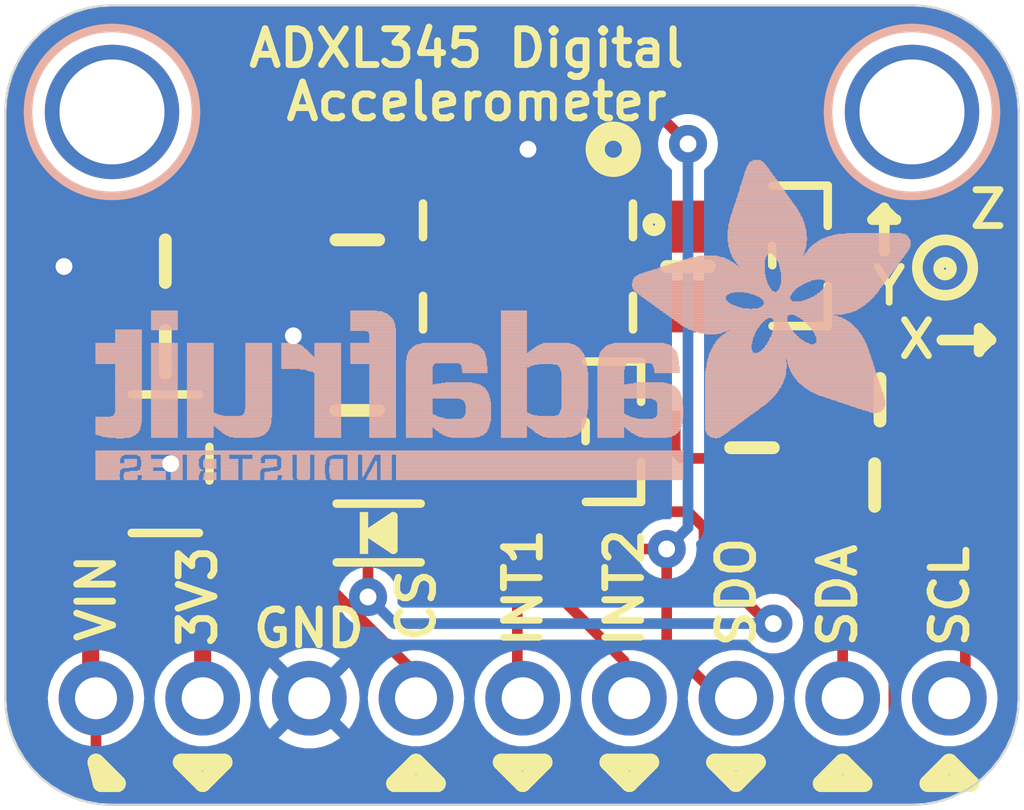
<source format=kicad_pcb>
(kicad_pcb (version 20221018) (generator pcbnew)
  (layers (0 "F.Cu" signal) (31 "B.Cu" signal) (34 "B.Paste" user) (35 "F.Paste" user) (36 "B.SilkS" user "B.Silkscreen") (37 "F.SilkS" user "F.Silkscreen") (38 "B.Mask" user) (39 "F.Mask" user) (44 "Edge.Cuts" user))
  (net 0 "")
  (net 1 "GND")
  (net 2 "CS_3V")
  (net 3 "INT1")
  (net 4 "INT2")
  (net 5 "SCL_3V")
  (net 6 "SDA/SDIO_3V")
  (net 7 "SDO/ADDR")
  (net 8 "3.3V")
  (net 9 "VIN")
  (net 10 "CS")
  (net 11 "SDA/SDIO")
  (net 12 "SCL")
  (footprint "working:1X09_ROUND_70" (layer "F.Cu") (at 148.7551 111.9886)
    (fp_text reference "JP1" hide)
    (fp_text value "" hide)
    (pad "1" thru_hole circle (at -10.16 0 90) (size 1.778 1.778) (drill 1) (layers "*.Cu" "*.Mask") (net 9 "VIN"))
    (pad "2" thru_hole circle (at -7.62 0 90) (size 1.778 1.778) (drill 1) (layers "*.Cu" "*.Mask") (net 8 "3.3V"))
    (pad "3" thru_hole circle (at -5.08 0 90) (size 1.778 1.778) (drill 1) (layers "*.Cu" "*.Mask") (net 1 "GND"))
    (pad "4" thru_hole circle (at -2.54 0 90) (size 1.778 1.778) (drill 1) (layers "*.Cu" "*.Mask") (net 10 "CS"))
    (pad "5" thru_hole circle (at 0 0 90) (size 1.778 1.778) (drill 1) (layers "*.Cu" "*.Mask") (net 3 "INT1"))
    (pad "6" thru_hole circle (at 2.54 0 90) (size 1.778 1.778) (drill 1) (layers "*.Cu" "*.Mask") (net 4 "INT2"))
    (pad "7" thru_hole circle (at 5.08 0 90) (size 1.778 1.778) (drill 1) (layers "*.Cu" "*.Mask") (net 7 "SDO/ADDR"))
    (pad "8" thru_hole circle (at 7.62 0 90) (size 1.778 1.778) (drill 1) (layers "*.Cu" "*.Mask") (net 11 "SDA/SDIO"))
    (pad "9" thru_hole circle (at 10.16 0 90) (size 1.778 1.778) (drill 1) (layers "*.Cu" "*.Mask") (net 12 "SCL"))
  )
  (footprint "working:0805-NO" (layer "F.Cu") (at 152.6921 101.7016 90)
    (fp_text reference "R3" hide)
    (fp_text value "10K" hide)
    (pad "1" smd rect (at -0.95 0 90) (size 1.24 1.5) (layers "F.Cu" "F.Paste" "F.Mask") (net 6 "SDA/SDIO_3V"))
    (pad "2" smd rect (at 0.95 0 90) (size 1.24 1.5) (layers "F.Cu" "F.Paste" "F.Mask") (net 8 "3.3V"))
  )
  (footprint "working:0805-NO" (layer "F.Cu") (at 144.8181 101.0666 -90)
    (fp_text reference "C1" hide)
    (fp_text value "0.1uF" hide)
    (pad "1" smd rect (at -0.95 0 270) (size 1.24 1.5) (layers "F.Cu" "F.Paste" "F.Mask") (net 8 "3.3V"))
    (pad "2" smd rect (at 0.95 0 270) (size 1.24 1.5) (layers "F.Cu" "F.Paste" "F.Mask") (net 1 "GND"))
  )
  (footprint "working:FIDUCIAL_1MM" (layer "F.Cu") (at 141.5923 99.441)
    (fp_text reference "U$1" hide)
    (fp_text value "FIDUCIAL" hide)
    (pad "1" smd roundrect (at 0 0) (size 1 1) (layers "F.Cu") (roundrect_rratio 0.5))
  )
  (footprint "working:0805-NO" (layer "F.Cu") (at 157.1371 106.9086 180)
    (fp_text reference "R6" hide)
    (fp_text value "10K" hide)
    (pad "1" smd rect (at -0.95 0 180) (size 1.24 1.5) (layers "F.Cu" "F.Paste" "F.Mask") (net 12 "SCL"))
    (pad "2" smd rect (at 0.95 0 180) (size 1.24 1.5) (layers "F.Cu" "F.Paste" "F.Mask") (net 9 "VIN"))
  )
  (footprint "working:0805-NO" (layer "F.Cu") (at 140.2461 103.7336)
    (fp_text reference "C3" hide)
    (fp_text value "10µF" hide)
    (pad "1" smd rect (at -0.95 0) (size 1.24 1.5) (layers "F.Cu" "F.Paste" "F.Mask") (net 9 "VIN"))
    (pad "2" smd rect (at 0.95 0) (size 1.24 1.5) (layers "F.Cu" "F.Paste" "F.Mask") (net 1 "GND"))
  )
  (footprint "working:0805-NO" (layer "F.Cu") (at 154.2161 106.0196 90)
    (fp_text reference "R5" hide)
    (fp_text value "10K" hide)
    (pad "1" smd rect (at -0.95 0 90) (size 1.24 1.5) (layers "F.Cu" "F.Paste" "F.Mask") (net 11 "SDA/SDIO"))
    (pad "2" smd rect (at 0.95 0 90) (size 1.24 1.5) (layers "F.Cu" "F.Paste" "F.Mask") (net 9 "VIN"))
  )
  (footprint "working:0805-NO" (layer "F.Cu") (at 140.2461 101.5746)
    (fp_text reference "R7" hide)
    (fp_text value "10K" hide)
    (pad "1" smd rect (at -0.95 0) (size 1.24 1.5) (layers "F.Cu" "F.Paste" "F.Mask") (net 1 "GND"))
    (pad "2" smd rect (at 0.95 0) (size 1.24 1.5) (layers "F.Cu" "F.Paste" "F.Mask") (net 7 "SDO/ADDR"))
  )
  (footprint "working:LGA14" (layer "F.Cu") (at 148.8821 101.7016)
    (fp_text reference "U1" hide)
    (fp_text value "" hide)
    (pad "1" smd rect (at 2 -1.1) (size 0.5 1.2) (layers "F.Cu" "F.Paste" "F.Mask") (net 8 "3.3V"))
    (pad "2" smd rect (at 1.2 -1.1 180) (size 0.5 1.2) (layers "F.Cu" "F.Paste" "F.Mask") (net 1 "GND"))
    (pad "3" smd rect (at 0.4 -1.1 180) (size 0.5 1.2) (layers "F.Cu" "F.Paste" "F.Mask"))
    (pad "4" smd rect (at -0.4 -1.1 180) (size 0.5 1.2) (layers "F.Cu" "F.Paste" "F.Mask") (net 1 "GND"))
    (pad "5" smd rect (at -1.2 -1.1 180) (size 0.5 1.2) (layers "F.Cu" "F.Paste" "F.Mask") (net 1 "GND"))
    (pad "6" smd rect (at -2 -1.1 180) (size 0.5 1.2) (layers "F.Cu" "F.Paste" "F.Mask") (net 8 "3.3V"))
    (pad "7" smd rect (at -2.1 0 270) (size 0.5 1.2) (layers "F.Cu" "F.Paste" "F.Mask") (net 2 "CS_3V"))
    (pad "8" smd rect (at -2 1.1 180) (size 0.5 1.2) (layers "F.Cu" "F.Paste" "F.Mask") (net 3 "INT1"))
    (pad "9" smd rect (at -1.2 1.1 180) (size 0.5 1.2) (layers "F.Cu" "F.Paste" "F.Mask") (net 4 "INT2"))
    (pad "10" smd rect (at -0.4 1.1) (size 0.5 1.2) (layers "F.Cu" "F.Paste" "F.Mask"))
    (pad "11" smd rect (at 0.4 1.1) (size 0.5 1.2) (layers "F.Cu" "F.Paste" "F.Mask"))
    (pad "12" smd rect (at 1.2 1.1) (size 0.5 1.2) (layers "F.Cu" "F.Paste" "F.Mask") (net 7 "SDO/ADDR"))
    (pad "13" smd rect (at 2 1.1) (size 0.5 1.2) (layers "F.Cu" "F.Paste" "F.Mask") (net 6 "SDA/SDIO_3V"))
    (pad "14" smd rect (at 2.1 0 90) (size 0.5 1.2) (layers "F.Cu" "F.Paste" "F.Mask") (net 5 "SCL_3V"))
  )
  (footprint "working:0805-NO" (layer "F.Cu") (at 157.2641 104.8766)
    (fp_text reference "R1" hide)
    (fp_text value "10K" hide)
    (pad "1" smd rect (at -0.95 0) (size 1.24 1.5) (layers "F.Cu" "F.Paste" "F.Mask") (net 5 "SCL_3V"))
    (pad "2" smd rect (at 0.95 0) (size 1.24 1.5) (layers "F.Cu" "F.Paste" "F.Mask") (net 8 "3.3V"))
  )
  (footprint "working:SOT23-WIDE" (layer "F.Cu") (at 150.9141 105.6386 -90)
    (fp_text reference "Q1" hide)
    (fp_text value "BSS138" hide)
    (pad "1" smd rect (at -0.95 1 270) (size 1 1.2) (layers "F.Cu" "F.Paste" "F.Mask") (net 8 "3.3V"))
    (pad "2" smd rect (at 0.95 1 270) (size 1 1.2) (layers "F.Cu" "F.Paste" "F.Mask") (net 6 "SDA/SDIO_3V"))
    (pad "3" smd rect (at 0 -1 270) (size 1 1.2) (layers "F.Cu" "F.Paste" "F.Mask") (net 11 "SDA/SDIO"))
  )
  (footprint "working:SOT23-5" (layer "F.Cu") (at 140.2461 106.4006 -90)
    (fp_text reference "U2" hide)
    (fp_text value "" hide)
    (pad "1" smd rect (at -0.95 1.3001 270) (size 0.55 1.2) (layers "F.Cu" "F.Paste" "F.Mask") (net 9 "VIN"))
    (pad "2" smd rect (at 0 1.3001 270) (size 0.55 1.2) (layers "F.Cu" "F.Paste" "F.Mask") (net 1 "GND"))
    (pad "3" smd rect (at 0.95 1.3001 270) (size 0.55 1.2) (layers "F.Cu" "F.Paste" "F.Mask") (net 9 "VIN"))
    (pad "4" smd rect (at 0.95 -1.3001 270) (size 0.55 1.2) (layers "F.Cu" "F.Paste" "F.Mask"))
    (pad "5" smd rect (at -0.95 -1.3001 270) (size 0.55 1.2) (layers "F.Cu" "F.Paste" "F.Mask") (net 8 "3.3V"))
  )
  (footprint "working:SOT23-WIDE" (layer "F.Cu") (at 155.3591 101.4476 -90)
    (fp_text reference "Q2" hide)
    (fp_text value "BSS138" hide)
    (pad "1" smd rect (at -0.95 1 270) (size 1 1.2) (layers "F.Cu" "F.Paste" "F.Mask") (net 8 "3.3V"))
    (pad "2" smd rect (at 0.95 1 270) (size 1 1.2) (layers "F.Cu" "F.Paste" "F.Mask") (net 5 "SCL_3V"))
    (pad "3" smd rect (at 0 -1 270) (size 1 1.2) (layers "F.Cu" "F.Paste" "F.Mask") (net 12 "SCL"))
  )
  (footprint "working:SOD-323_MINI" (layer "F.Cu") (at 145.3261 108.0516)
    (fp_text reference "D1" hide)
    (fp_text value "1N4148" hide)
    (pad "A" smd rect (at 1.07 0) (size 0.9 0.8) (layers "F.Cu" "F.Paste" "F.Mask") (net 2 "CS_3V"))
    (pad "C" smd rect (at -1.07 0) (size 0.9 0.8) (layers "F.Cu" "F.Paste" "F.Mask") (net 10 "CS"))
  )
  (footprint "working:0805-NO" (layer "F.Cu") (at 144.8181 105.1306 -90)
    (fp_text reference "R2" hide)
    (fp_text value "10K" hide)
    (pad "1" smd rect (at -0.95 0 270) (size 1.24 1.5) (layers "F.Cu" "F.Paste" "F.Mask") (net 2 "CS_3V"))
    (pad "2" smd rect (at 0.95 0 270) (size 1.24 1.5) (layers "F.Cu" "F.Paste" "F.Mask") (net 8 "3.3V"))
  )
  (footprint "working:FIDUCIAL_1MM" (layer "F.Cu") (at 157.5181 109.0676)
    (fp_text reference "U$3" hide)
    (fp_text value "FIDUCIAL" hide)
    (pad "1" smd roundrect (at 0 0) (size 1 1) (layers "F.Cu") (roundrect_rratio 0.5))
  )
  (footprint "working:MOUNTINGHOLE_2.5_PLATED" (layer "B.Cu") (at 158.0261 98.0186 180)
    (fp_text reference "U$4" hide)
    (fp_text value "MOUNTINGHOLE2.5" hide)
    (pad "P$1" thru_hole circle (at 0 0 180) (size 3.2 3.2) (drill 2.5) (layers "*.Cu" "*.Mask"))
    (zone (net 0) (net_name "") (layer "B.Cu") (connect_pads (clearance 0)) (min_thickness 0.25)
      (keepout (tracks not_allowed) (vias not_allowed) (pads not_allowed) (copperpour not_allowed) (footprints allowed))
      (fill (thermal_gap 0.5) (thermal_bridge_width 0.5))
      (polygon (pts (xy 156.0101 98.0186) (xy 156.02972 97.738027) (xy 156.088196 97.462915) (xy 156.184392 97.198619) (xy 156.316435 96.950283) (xy 156.481754 96.72274) (xy 156.677133 96.52042) (xy 156.898767 96.34726) (xy 157.142344 96.206631) (xy 157.403122 96.10127) (xy 157.676025 96.033228) (xy 157.955743 96.003828) (xy 158.236829 96.013644) (xy 158.513815 96.062484) (xy 158.781307 96.149397) (xy 159.0341 96.272693) (xy 159.267274 96.42997) (xy 159.476289 96.618169) (xy 159.657078 96.833625) (xy 159.806122 97.072145) (xy 159.92052 97.329087) (xy 159.998046 97.59945) (xy 160.037189 97.877971) (xy 160.037189 98.159229) (xy 159.998046 98.43775) (xy 159.92052 98.708113) (xy 159.806122 98.965055) (xy 159.657078 99.203575) (xy 159.476289 99.419031) (xy 159.267274 99.60723) (xy 159.0341 99.764507) (xy 158.781307 99.887803) (xy 158.513815 99.974716) (xy 158.236829 100.023556) (xy 157.955743 100.033372) (xy 157.676025 100.003972) (xy 157.403122 99.93593) (xy 157.142344 99.830569) (xy 156.898767 99.68994) (xy 156.677133 99.51678) (xy 156.481754 99.31446) (xy 156.316435 99.086917) (xy 156.184392 98.838581) (xy 156.088196 98.574285) (xy 156.02972 98.299173)))
      (polygon (pts (xy 158.0421 98.0186) (xy 158.037414 98.029914) (xy 158.0261 98.0346) (xy 158.014786 98.029914) (xy 158.0101 98.0186) (xy 158.014786 98.007286) (xy 158.0261 98.0026) (xy 158.037414 98.007286)))
    )
  )
  (footprint "working:MOUNTINGHOLE_2.5_PLATED" (layer "B.Cu") (at 138.9761 98.0186 180)
    (fp_text reference "U$6" hide)
    (fp_text value "MOUNTINGHOLE2.5" hide)
    (pad "P$1" thru_hole circle (at 0 0 180) (size 3.2 3.2) (drill 2.5) (layers "*.Cu" "*.Mask"))
    (zone (net 0) (net_name "") (layer "B.Cu") (connect_pads (clearance 0)) (min_thickness 0.25)
      (keepout (tracks not_allowed) (vias not_allowed) (pads not_allowed) (copperpour not_allowed) (footprints allowed))
      (fill (thermal_gap 0.5) (thermal_bridge_width 0.5))
      (polygon (pts (xy 136.9601 98.0186) (xy 136.97972 97.738027) (xy 137.038196 97.462915) (xy 137.134392 97.198619) (xy 137.266435 96.950283) (xy 137.431754 96.72274) (xy 137.627133 96.52042) (xy 137.848767 96.34726) (xy 138.092344 96.206631) (xy 138.353122 96.10127) (xy 138.626025 96.033228) (xy 138.905743 96.003828) (xy 139.186829 96.013644) (xy 139.463815 96.062484) (xy 139.731307 96.149397) (xy 139.9841 96.272693) (xy 140.217274 96.42997) (xy 140.426289 96.618169) (xy 140.607078 96.833625) (xy 140.756122 97.072145) (xy 140.87052 97.329087) (xy 140.948046 97.59945) (xy 140.987189 97.877971) (xy 140.987189 98.159229) (xy 140.948046 98.43775) (xy 140.87052 98.708113) (xy 140.756122 98.965055) (xy 140.607078 99.203575) (xy 140.426289 99.419031) (xy 140.217274 99.60723) (xy 139.9841 99.764507) (xy 139.731307 99.887803) (xy 139.463815 99.974716) (xy 139.186829 100.023556) (xy 138.905743 100.033372) (xy 138.626025 100.003972) (xy 138.353122 99.93593) (xy 138.092344 99.830569) (xy 137.848767 99.68994) (xy 137.627133 99.51678) (xy 137.431754 99.31446) (xy 137.266435 99.086917) (xy 137.134392 98.838581) (xy 137.038196 98.574285) (xy 136.97972 98.299173)))
      (polygon (pts (xy 138.9921 98.0186) (xy 138.987414 98.029914) (xy 138.9761 98.0346) (xy 138.964786 98.029914) (xy 138.9601 98.0186) (xy 138.964786 98.007286) (xy 138.9761 98.0026) (xy 138.987414 98.007286)))
    )
  )
  (footprint "working:ADAFRUIT_TEXT_20MM" (layer "B.Cu") (at 158.1531 106.7816 180)
    (fp_text reference "U$7" hide)
    (fp_text value "" hide)
  )
  (gr_line (start 155.8671 114.0206) (end 156.8831 114.0206) (stroke (width 0.4064)) (layer "F.SilkS"))
  (gr_line (start 151.8031 113.5126) (end 151.2951 114.0206) (stroke (width 0.4064)) (layer "F.SilkS"))
  (gr_line (start 157.0863 100.584) (end 157.6197 100.584) (stroke (width 0.254)) (layer "F.SilkS"))
  (gr_line (start 157.3657 100.33) (end 157.3657 100.3046) (stroke (width 0.254)) (layer "F.SilkS"))
  (gr_line (start 138.5951 113.5126) (end 138.7221 114.0206) (stroke (width 0.4064)) (layer "F.SilkS"))
  (gr_line (start 157.3657 101.346) (end 157.3657 100.33) (stroke (width 0.254)) (layer "F.SilkS"))
  (gr_line (start 145.7071 114.0206) (end 146.7231 114.0206) (stroke (width 0.4064)) (layer "F.SilkS"))
  (gr_line (start 146.7231 114.0206) (end 146.2151 113.5126) (stroke (width 0.4064)) (layer "F.SilkS"))
  (gr_line (start 141.6431 113.5126) (end 141.1351 114.0206) (stroke (width 0.4064)) (layer "F.SilkS"))
  (gr_line (start 138.7221 114.0206) (end 139.1031 114.0206) (stroke (width 0.4064)) (layer "F.SilkS"))
  (gr_circle (center 158.8135 101.7524) (end 158.8389 101.7524) (stroke (width 0.254)) (fill none) (layer "F.SilkS"))
  (gr_line (start 140.6271 113.5126) (end 141.6431 113.5126) (stroke (width 0.4064)) (layer "F.SilkS"))
  (gr_line (start 158.4071 114.0206) (end 159.4231 114.0206) (stroke (width 0.4064)) (layer "F.SilkS"))
  (gr_line (start 150.7871 113.5126) (end 151.8031 113.5126) (stroke (width 0.4064)) (layer "F.SilkS"))
  (gr_line (start 157.3657 100.3046) (end 157.0863 100.584) (stroke (width 0.254)) (layer "F.SilkS"))
  (gr_line (start 156.8831 114.0206) (end 156.3751 113.5126) (stroke (width 0.4064)) (layer "F.SilkS"))
  (gr_line (start 153.3271 113.5126) (end 154.3431 113.5126) (stroke (width 0.4064)) (layer "F.SilkS"))
  (gr_line (start 146.2151 113.5126) (end 145.7071 114.0206) (stroke (width 0.4064)) (layer "F.SilkS"))
  (gr_line (start 157.6197 100.584) (end 157.3657 100.33) (stroke (width 0.254)) (layer "F.SilkS"))
  (gr_circle (center 150.9141 98.9076) (end 151.1173 98.9076) (stroke (width 0.4572)) (fill none) (layer "F.SilkS"))
  (gr_line (start 159.4231 114.0206) (end 158.9151 113.5126) (stroke (width 0.4064)) (layer "F.SilkS"))
  (gr_line (start 148.2471 113.5126) (end 148.7551 114.0206) (stroke (width 0.4064)) (layer "F.SilkS"))
  (gr_line (start 159.8803 103.4542) (end 159.9057 103.4542) (stroke (width 0.254)) (layer "F.SilkS"))
  (gr_line (start 159.9057 103.4542) (end 159.6263 103.1748) (stroke (width 0.254)) (layer "F.SilkS"))
  (gr_line (start 154.3431 113.5126) (end 153.8351 114.0206) (stroke (width 0.4064)) (layer "F.SilkS"))
  (gr_line (start 159.6263 103.1748) (end 159.6263 103.7082) (stroke (width 0.254)) (layer "F.SilkS"))
  (gr_line (start 158.9151 113.5126) (end 158.4071 114.0206) (stroke (width 0.4064)) (layer "F.SilkS"))
  (gr_line (start 151.2951 114.0206) (end 150.7871 113.5126) (stroke (width 0.4064)) (layer "F.SilkS"))
  (gr_line (start 139.1031 114.0206) (end 138.5951 113.5126) (stroke (width 0.4064)) (layer "F.SilkS"))
  (gr_line (start 158.7373 103.4542) (end 159.8803 103.4542) (stroke (width 0.254)) (layer "F.SilkS"))
  (gr_line (start 153.8351 114.0206) (end 153.3271 113.5126) (stroke (width 0.4064)) (layer "F.SilkS"))
  (gr_line (start 157.6451 100.584) (end 157.6197 100.584) (stroke (width 0.254)) (layer "F.SilkS"))
  (gr_line (start 141.1351 114.0206) (end 140.6271 113.5126) (stroke (width 0.4064)) (layer "F.SilkS"))
  (gr_line (start 148.7551 114.0206) (end 149.2631 113.5126) (stroke (width 0.4064)) (layer "F.SilkS"))
  (gr_line (start 159.6263 103.7082) (end 159.8803 103.4542) (stroke (width 0.254)) (layer "F.SilkS"))
  (gr_circle (center 158.8135 101.727) (end 159.4739 101.727) (stroke (width 0.254)) (fill none) (layer "F.SilkS"))
  (gr_line (start 156.3751 113.5126) (end 155.8671 114.0206) (stroke (width 0.4064)) (layer "F.SilkS"))
  (gr_line (start 149.2631 113.5126) (end 148.2471 113.5126) (stroke (width 0.4064)) (layer "F.SilkS"))
  (gr_line (start 159.6263 103.7336) (end 159.6263 103.7082) (stroke (width 0.254)) (layer "F.SilkS"))
  (gr_arc (start 160.5661 111.9886) (mid 159.822151 113.784651) (end 158.0261 114.5286) (stroke (width 0.05)) (layer "Edge.Cuts"))
  (gr_line (start 138.9761 95.4786) (end 158.0261 95.4786) (stroke (width 0.05)) (layer "Edge.Cuts"))
  (gr_line (start 158.0261 114.5286) (end 138.9761 114.5286) (stroke (width 0.05)) (layer "Edge.Cuts"))
  (gr_arc (start 138.9761 114.5286) (mid 137.180049 113.784651) (end 136.4361 111.9886) (stroke (width 0.05)) (layer "Edge.Cuts"))
  (gr_line (start 136.4361 111.9886) (end 136.4361 98.0186) (stroke (width 0.05)) (layer "Edge.Cuts"))
  (gr_arc (start 136.4361 98.0186) (mid 137.180049 96.222549) (end 138.9761 95.4786) (stroke (width 0.05)) (layer "Edge.Cuts"))
  (gr_line (start 160.5661 98.0186) (end 160.5661 111.9886) (stroke (width 0.05)) (layer "Edge.Cuts"))
  (gr_arc (start 158.0261 95.4786) (mid 159.822151 96.222549) (end 160.5661 98.0186) (stroke (width 0.05)) (layer "Edge.Cuts"))
  (gr_text "INT2" (at 151.6761 110.8456 90) (layer "F.SilkS") (effects (font (size 0.85344 0.85344) (thickness 0.16256)) (justify left bottom)))
  (gr_text "GND" (at 145.0721 109.8296) (layer "F.SilkS") (effects (font (size 0.85344 0.85344) (thickness 0.16256)) (justify right top)))
  (gr_text "Z" (at 159.3215 100.838) (layer "F.SilkS") (effects (font (size 0.85344 0.85344) (thickness 0.16256)) (justify left bottom)))
  (gr_text "Accelerometer" (at 143.0401 98.2726) (layer "F.SilkS") (effects (font (size 0.85344 0.85344) (thickness 0.16256)) (justify left bottom)))
  (gr_text "CS" (at 146.7231 110.7186 90) (layer "F.SilkS") (effects (font (size 0.85344 0.85344) (thickness 0.16256)) (justify left bottom)))
  (gr_text "Y" (at 157.0101 102.6668) (layer "F.SilkS") (effects (font (size 0.85344 0.85344) (thickness 0.16256)) (justify left bottom)))
  (gr_text "SDA" (at 156.7561 110.8456 90) (layer "F.SilkS") (effects (font (size 0.85344 0.85344) (thickness 0.16256)) (justify left bottom)))
  (gr_text "SCL" (at 159.4231 110.8456 90) (layer "F.SilkS") (effects (font (size 0.85344 0.85344) (thickness 0.16256)) (justify left bottom)))
  (gr_text "3V3" (at 141.5161 110.8456 90) (layer "F.SilkS") (effects (font (size 0.85344 0.85344) (thickness 0.16256)) (justify left bottom)))
  (gr_text "INT1" (at 149.2631 110.8456 90) (layer "F.SilkS") (effects (font (size 0.85344 0.85344) (thickness 0.16256)) (justify left bottom)))
  (gr_text "X" (at 157.6197 103.9368) (layer "F.SilkS") (effects (font (size 0.85344 0.85344) (thickness 0.16256)) (justify left bottom)))
  (gr_text "ADXL345 Digital" (at 142.1511 97.0026) (layer "F.SilkS") (effects (font (size 0.85344 0.85344) (thickness 0.16256)) (justify left bottom)))
  (gr_text "VIN" (at 139.1031 110.7186 90) (layer "F.SilkS") (effects (font (size 0.85344 0.85344) (thickness 0.16256)) (justify left bottom)))
  (gr_text "SDO" (at 154.3431 110.8456 90) (layer "F.SilkS") (effects (font (size 0.85344 0.85344) (thickness 0.16256)) (justify left bottom)))
  (segment (start 148.4821 99.3076) (end 148.8821 98.9076) (width 0.254) (layer "F.Cu") (net 1))
  (segment (start 144.6301 102.0166) (end 143.2941 103.3526) (width 0.254) (layer "F.Cu") (net 1))
  (segment (start 140.5611 103.3526) (end 140.9421 103.7336) (width 0.254) (layer "F.Cu") (net 1))
  (segment (start 150.082096 99.091597) (end 149.8981 98.9076) (width 0.254) (layer "F.Cu") (net 1))
  (segment (start 139.6617 102.111935) (end 140.5611 103.011338) (width 0.4064) (layer "F.Cu") (net 1))
  (segment (start 144.8181 102.0166) (end 144.6301 102.0166) (width 0.254) (layer "F.Cu") (net 1))
  (segment (start 147.6821 100.6016) (end 147.6821 99.2186) (width 0.254) (layer "F.Cu") (net 1))
  (segment (start 147.9931 98.9076) (end 148.8821 98.9076) (width 0.254) (layer "F.Cu") (net 1))
  (segment (start 139.2961 101.5746) (end 139.6617 101.9402) (width 0.4064) (layer "F.Cu") (net 1))
  (segment (start 141.1961 103.7336) (end 140.9421 103.7336) (width 0.254) (layer "F.Cu") (net 1))
  (segment (start 149.8981 98.9076) (end 148.8821 98.9076) (width 0.254) (layer "F.Cu") (net 1))
  (segment (start 147.6821 99.2186) (end 147.9931 98.9076) (width 0.254) (layer "F.Cu") (net 1))
  (segment (start 139.2961 101.5746) (end 137.9601 101.5746) (width 0.254) (layer "F.Cu") (net 1))
  (segment (start 140.5611 103.152132) (end 140.5611 103.3526) (width 0.254) (layer "F.Cu") (net 1))
  (segment (start 137.9601 101.5746) (end 137.8331 101.7016) (width 0.254) (layer "F.Cu") (net 1))
  (segment (start 139.6617 101.9402) (end 139.6617 102.111935) (width 0.4064) (layer "F.Cu") (net 1))
  (segment (start 150.0821 100.6016) (end 150.082096 99.091597) (width 0.254) (layer "F.Cu") (net 1))
  (segment (start 140.5611 103.011338) (end 140.5611 103.3526) (width 0.4064) (layer "F.Cu") (net 1))
  (segment (start 148.4821 100.6016) (end 148.4821 99.3076) (width 0.254) (layer "F.Cu") (net 1))
  (via (at 137.8331 101.7016) (size 0.908) (drill 0.4) (layers "F.Cu" "B.Cu") (net 1))
  (via (at 143.2941 103.3526) (size 0.908) (drill 0.4) (layers "F.Cu" "B.Cu") (net 1))
  (via (at 148.8821 98.9076) (size 0.908) (drill 0.4) (layers "F.Cu" "B.Cu") (net 1))
  (via (at 140.3731 106.4006) (size 0.908) (drill 0.4) (layers "F.Cu" "B.Cu") (net 1))
  (segment (start 137.8331 101.7016) (end 137.8331 103.2256) (width 0.254) (layer "B.Cu") (net 1))
  (segment (start 143.2941 103.3526) (end 143.2941 103.0986) (width 0.254) (layer "B.Cu") (net 1))
  (segment (start 146.0721 104.1306) (end 146.0881 104.1146) (width 0.254) (layer "F.Cu") (net 2))
  (segment (start 146.0881 102.0826) (end 146.0881 104.1146) (width 0.254) (layer "F.Cu") (net 2))
  (segment (start 144.8181 104.1806) (end 146.0721 104.1306) (width 0.254) (layer "F.Cu") (net 2))
  (segment (start 146.545059 101.625641) (end 146.0881 102.0826) (width 0.254) (layer "F.Cu") (net 2))
  (segment (start 146.7821 101.7016) (end 146.6581 101.7016) (width 0.254) (layer "F.Cu") (net 2))
  (segment (start 146.5261 104.5846) (end 146.0721 104.1306) (width 0.254) (layer "F.Cu") (net 2))
  (segment (start 146.3961 108.0516) (end 146.5261 104.5846) (width 0.254) (layer "F.Cu") (net 2))
  (segment (start 146.6581 101.7016) (end 146.545059 101.625641) (width 0.254) (layer "F.Cu") (net 2))
  (segment (start 146.8821 102.8016) (end 146.8821 103.5116) (width 0.254) (layer "F.Cu") (net 3))
  (segment (start 148.6281 109.4486) (end 148.6281 111.8616) (width 0.254) (layer "F.Cu") (net 3))
  (segment (start 148.6281 111.8616) (end 148.7551 111.9886) (width 0.254) (layer "F.Cu") (net 3))
  (segment (start 147.3581 108.1786) (end 148.6281 109.4486) (width 0.254) (layer "F.Cu") (net 3))
  (segment (start 147.3581 108.1786) (end 147.3581 103.9876) (width 0.254) (layer "F.Cu") (net 3))
  (segment (start 147.3581 103.9876) (end 146.8821 103.5116) (width 0.254) (layer "F.Cu") (net 3))
  (segment (start 147.8661 103.4796) (end 147.682103 103.295604) (width 0.254) (layer "F.Cu") (net 4))
  (segment (start 147.6821 102.8016) (end 147.682103 103.295604) (width 0.254) (layer "F.Cu") (net 4))
  (segment (start 147.8661 107.7976) (end 147.8661 103.4796) (width 0.254) (layer "F.Cu") (net 4))
  (segment (start 151.1681 111.0996) (end 151.1681 111.8616) (width 0.254) (layer "F.Cu") (net 4))
  (segment (start 151.1681 111.8616) (end 151.2951 111.9886) (width 0.254) (layer "F.Cu") (net 4))
  (segment (start 147.8661 107.7976) (end 151.1681 111.0996) (width 0.254) (layer "F.Cu") (net 4))
  (segment (start 154.4451 102.3116) (end 154.4701 102.2866) (width 0.254) (layer "F.Cu") (net 5))
  (segment (start 156.3141 104.8766) (end 156.3141 103.9876) (width 0.254) (layer "F.Cu") (net 5))
  (segment (start 150.9821 101.7016) (end 153.8351 101.7016) (width 0.2032) (layer "F.Cu") (net 5))
  (segment (start 155.1051 102.3976) (end 155.1051 102.7786) (width 0.254) (layer "F.Cu") (net 5))
  (segment (start 154.3591 102.3976) (end 154.4451 102.3116) (width 0.254) (layer "F.Cu") (net 5))
  (segment (start 156.3141 103.9876) (end 155.1051 102.7786) (width 0.254) (layer "F.Cu") (net 5))
  (segment (start 154.4701 102.2096) (end 154.4701 102.2866) (width 0.254) (layer "F.Cu") (net 5))
  (segment (start 154.3591 102.3976) (end 155.1051 102.3976) (width 0.254) (layer "F.Cu") (net 5))
  (segment (start 150.9821 101.7016) (end 150.990378 101.693322) (width 0.254) (layer "F.Cu") (net 5))
  (segment (start 153.8351 101.7016) (end 154.4451 102.3116) (width 0.2032) (layer "F.Cu") (net 5))
  (segment (start 150.8821 106.1786) (end 150.6601 106.4006) (width 0.254) (layer "F.Cu") (net 6))
  (segment (start 150.6601 106.4006) (end 150.1021 106.4006) (width 0.254) (layer "F.Cu") (net 6))
  (segment (start 150.1021 106.4006) (end 149.9141 106.5886) (width 0.254) (layer "F.Cu") (net 6))
  (segment (start 150.8821 102.8016) (end 150.8821 106.1786) (width 0.254) (layer "F.Cu") (net 6))
  (segment (start 152.390125 103.1006) (end 152.323506 102.8016) (width 0.254) (layer "F.Cu") (net 6))
  (segment (start 152.625921 102.717779) (end 152.6921 102.6516) (width 0.254) (layer "F.Cu") (net 6))
  (segment (start 152.323506 102.8016) (end 150.8821 102.8016) (width 0.254) (layer "F.Cu") (net 6))
  (segment (start 152.625921 102.717779) (end 152.390125 103.1006) (width 0.254) (layer "F.Cu") (net 6))
  (segment (start 153.4541 111.9886) (end 153.8351 111.9886) (width 0.254) (layer "F.Cu") (net 7))
  (segment (start 150.0821 102.8016) (end 150.0251 102.4206) (width 0.254) (layer "F.Cu") (net 7))
  (segment (start 149.2631 108.4326) (end 148.3741 107.5436) (width 0.254) (layer "F.Cu") (net 7))
  (segment (start 144.1831 98.6536) (end 145.4531 98.6536) (width 0.254) (layer "F.Cu") (net 7))
  (segment (start 149.8981 103.8606) (end 150.0251 103.7336) (width 0.254) (layer "F.Cu") (net 7))
  (segment (start 144.1831 98.6536) (end 141.2621 101.5746) (width 0.254) (layer "F.Cu") (net 7))
  (segment (start 146.7231 97.3836) (end 151.295103 97.383604) (width 0.254) (layer "F.Cu") (net 7))
  (segment (start 148.3741 103.8606) (end 149.8981 103.8606) (width 0.254) (layer "F.Cu") (net 7))
  (segment (start 151.295103 97.383604) (end 152.692096 98.780597) (width 0.254) (layer "F.Cu") (net 7))
  (segment (start 145.4531 98.6536) (end 146.7231 97.3836) (width 0.254) (layer "F.Cu") (net 7))
  (segment (start 148.3741 103.8606) (end 148.3741 107.5436) (width 0.254) (layer "F.Cu") (net 7))
  (segment (start 153.4541 111.9886) (end 152.1841 110.7186) (width 0.254) (layer "F.Cu") (net 7))
  (segment (start 152.1841 108.4326) (end 152.1841 110.7186) (width 0.254) (layer "F.Cu") (net 7))
  (segment (start 152.1841 108.4326) (end 149.2631 108.4326) (width 0.254) (layer "F.Cu") (net 7))
  (segment (start 141.1961 101.5746) (end 141.2621 101.5746) (width 0.254) (layer "F.Cu") (net 7))
  (segment (start 150.0251 103.7336) (end 150.0251 102.4206) (width 0.254) (layer "F.Cu") (net 7))
  (via (at 152.6921 98.7806) (size 0.908) (drill 0.4) (layers "F.Cu" "B.Cu") (net 7))
  (via (at 152.1841 108.4326) (size 0.908) (drill 0.4) (layers "F.Cu" "B.Cu") (net 7))
  (segment (start 152.6921 107.9246) (end 152.1841 108.4326) (width 0.254) (layer "B.Cu") (net 7))
  (segment (start 152.6921 98.7806) (end 152.6921 107.9246) (width 0.254) (layer "B.Cu") (net 7))
  (segment (start 152.5796 100.3601) (end 152.7046 100.4851) (width 0.4064) (layer "F.Cu") (net 8))
  (segment (start 146.814203 100.434704) (end 146.7231 100.3436) (width 0.4064) (layer "F.Cu") (net 8))
  (segment (start 149.1361 107.5436) (end 152.6921 107.5436) (width 0.254) (layer "F.Cu") (net 8))
  (segment (start 152.6921 100.7516) (end 152.6921 100.6016) (width 0.254) (layer "F.Cu") (net 8))
  (segment (start 153.0731 107.9246) (end 153.0731 108.6866) (width 0.254) (layer "F.Cu") (net 8))
  (segment (start 145.0721 106.3846) (end 144.8056 106.0931) (width 0.254) (layer "F.Cu") (net 8))
  (segment (start 142.9741 105.3236) (end 142.278103 105.3236) (width 0.4064) (layer "F.Cu") (net 8))
  (segment (start 148.9431 104.6886) (end 148.8821 104.7496) (width 0.254) (layer "F.Cu") (net 8))
  (segment (start 141.5462 105.4506) (end 141.6732 105.3236) (width 0.4064) (layer "F.Cu") (net 8))
  (segment (start 158.0871 100.3706) (end 158.0871 104.7496) (width 0.4064) (layer "F.Cu") (net 8))
  (segment (start 142.2781 105.3236) (end 142.2781 102.3366) (width 0.4064) (layer "F.Cu") (net 8))
  (segment (start 150.4061 98.0186) (end 150.9141 98.5266) (width 0.254) (layer "F.Cu") (net 8))
  (segment (start 143.2781 106.1056) (end 143.1671 106.0196) (width 0.4064) (layer "F.Cu") (net 8))
  (segment (start 148.8821 107.2896) (end 149.1361 107.5436) (width 0.254) (layer "F.Cu") (net 8))
  (segment (start 145.0721 109.5756) (end 145.0721 106.3846) (width 0.254) (layer "F.Cu") (net 8))
  (segment (start 152.6921 107.5436) (end 153.0731 107.9246) (width 0.254) (layer "F.Cu") (net 8))
  (segment (start 150.9141 100.1886) (end 150.8821 100.6016) (width 0.254) (layer "F.Cu") (net 8))
  (segment (start 141.1351 110.0836) (end 143.1671 108.0516) (width 0.4064) (layer "F.Cu") (net 8))
  (segment (start 143.1671 108.0516) (end 143.1671 106.0196) (width 0.4064) (layer "F.Cu") (net 8))
  (segment (start 142.2781 105.3236) (end 141.6732 105.3236) (width 0.4064) (layer "F.Cu") (net 8))
  (segment (start 158.0871 104.7496) (end 158.2141 104.8766) (width 0.4064) (layer "F.Cu") (net 8))
  (segment (start 147.7391 98.0186) (end 150.4061 98.0186) (width 0.254) (layer "F.Cu") (net 8))
  (segment (start 149.9141 104.6886) (end 148.9431 104.6886) (width 0.254) (layer "F.Cu") (net 8))
  (segment (start 146.8781 100.3436) (end 146.7231 100.3436) (width 0.4064) (layer "F.Cu") (net 8))
  (segment (start 154.5971 110.2106) (end 154.7241 110.2106) (width 0.254) (layer "F.Cu") (net 8))
  (segment (start 144.3101 100.3046) (end 142.2781 102.3366) (width 0.4064) (layer "F.Cu") (net 8))
  (segment (start 152.692103 100.4726) (end 154.3091 100.4476) (width 0.4064) (layer "F.Cu") (net 8))
  (segment (start 144.9701 100.3186) (end 144.7931 100.1416) (width 0.4064) (layer "F.Cu") (net 8))
  (segment (start 146.8821 98.875604) (end 147.7391 98.0186) (width 0.254) (layer "F.Cu") (net 8))
  (segment (start 143.1671 106.0196) (end 143.1671 105.5166) (width 0.4064) (layer "F.Cu") (net 8))
  (segment (start 141.1351 111.9886) (end 141.1351 110.0836) (width 0.4064) (layer "F.Cu") (net 8))
  (segment (start 144.8181 106.1056) (end 143.2781 106.1056) (width 0.4064) (layer "F.Cu") (net 8))
  (segment (start 154.3091 100.4476) (end 154.3591 100.4976) (width 0.4064) (layer "F.Cu") (net 8))
  (segment (start 146.7231 100.3436) (end 144.9701 100.3186) (width 0.4064) (layer "F.Cu") (net 8))
  (segment (start 150.8821 100.6016) (end 152.6921 100.6016) (width 0.254) (layer "F.Cu") (net 8))
  (segment (start 150.9141 98.5266) (end 150.9141 100.1886) (width 0.254) (layer "F.Cu") (net 8))
  (segment (start 158.0871 100.3706) (end 154.4861 100.3706) (width 0.4064) (layer "F.Cu") (net 8))
  (segment (start 148.8821 104.7496) (end 148.8821 107.2896) (width 0.254) (layer "F.Cu") (net 8))
  (segment (start 143.1671 105.5166) (end 142.9741 105.3236) (width 0.4064) (layer "F.Cu") (net 8))
  (segment (start 146.8821 100.6016) (end 146.814203 100.434704) (width 0.4064) (layer "F.Cu") (net 8))
  (segment (start 144.3101 100.3046) (end 144.7301 100.3046) (width 0.4064) (layer "F.Cu") (net 8))
  (segment (start 146.8821 100.347597) (end 146.8821 98.875604) (width 0.254) (layer "F.Cu") (net 8))
  (segment (start 154.3591 100.4976) (end 154.4861 100.3706) (width 0.4064) (layer "F.Cu") (net 8))
  (segment (start 144.7301 100.3046) (end 144.8431 100.1416) (width 0.4064) (layer "F.Cu") (net 8))
  (segment (start 154.5971 110.2106) (end 153.0731 108.6866) (width 0.254) (layer "F.Cu") (net 8))
  (segment (start 146.814203 100.434704) (end 146.814203 100.434704) (width 0.4064) (layer "F.Cu") (net 8))
  (via (at 145.0721 109.5756) (size 0.908) (drill 0.4) (layers "F.Cu" "B.Cu") (net 8))
  (via (at 154.7241 110.2106) (size 0.908) (drill 0.4) (layers "F.Cu" "B.Cu") (net 8))
  (segment (start 154.7241 110.2106) (end 145.7071 110.2106) (width 0.254) (layer "B.Cu") (net 8))
  (segment (start 145.7071 110.2106) (end 145.0721 109.5756) (width 0.254) (layer "B.Cu") (net 8))
  (segment (start 138.946 104.0837) (end 138.946 105.4506) (width 0.4064) (layer "F.Cu") (net 9))
  (segment (start 157.5943 110.783219) (end 157.5943 112.9284) (width 0.254) (layer "F.Cu") (net 9))
  (segment (start 137.7061 107.3506) (end 137.7061 105.4506) (width 0.4064) (layer "F.Cu") (net 9))
  (segment (start 138.4681 107.8285) (end 138.946 107.3506) (width 0.4064) (layer "F.Cu") (net 9))
  (segment (start 137.7061 105.4506) (end 138.946 105.4506) (width 0.4064) (layer "F.Cu") (net 9))
  (segment (start 138.946 107.3506) (end 137.7061 107.3506) (width 0.4064) (layer "F.Cu") (net 9))
  (segment (start 156.1871 106.9086) (end 156.1871 109.376019) (width 0.254) (layer "F.Cu") (net 9))
  (segment (start 154.2161 105.0696) (end 154.3481 105.0696) (width 0.4064) (layer "F.Cu") (net 9))
  (segment (start 138.5951 113.3856) (end 138.5951 111.9886) (width 0.254) (layer "F.Cu") (net 9))
  (segment (start 139.2961 103.7336) (end 138.946 104.0837) (width 0.4064) (layer "F.Cu") (net 9))
  (segment (start 156.1871 106.9086) (end 154.3481 105.0696) (width 0.4064) (layer "F.Cu") (net 9))
  (segment (start 156.1871 109.376019) (end 157.5943 110.783219) (width 0.254) (layer "F.Cu") (net 9))
  (segment (start 138.946 105.4506) (end 138.946 105.5417) (width 0.4064) (layer "F.Cu") (net 9))
  (segment (start 156.8831 113.6396) (end 138.8491 113.6396) (width 0.254) (layer "F.Cu") (net 9))
  (segment (start 138.5951 111.9886) (end 138.4681 111.8616) (width 0.4064) (layer "F.Cu") (net 9))
  (segment (start 157.5943 112.9284) (end 156.8831 113.6396) (width 0.254) (layer "F.Cu") (net 9))
  (segment (start 138.8491 113.6396) (end 138.5951 113.3856) (width 0.254) (layer "F.Cu") (net 9))
  (segment (start 138.4681 107.8285) (end 138.4681 111.8616) (width 0.4064) (layer "F.Cu") (net 9))
  (segment (start 146.796093 111.988594) (end 146.2151 111.9886) (width 0.254) (layer "F.Cu") (net 10))
  (segment (start 144.2561 108.0516) (end 144.2561 109.4486) (width 0.254) (layer "F.Cu") (net 10))
  (segment (start 146.796093 111.988594) (end 144.2561 109.4486) (width 0.254) (layer "F.Cu") (net 10))
  (segment (start 154.4861 108.8296) (end 156.3751 110.7186) (width 0.254) (layer "F.Cu") (net 11))
  (segment (start 156.3751 110.7186) (end 156.3751 111.9886) (width 0.254) (layer "F.Cu") (net 11))
  (segment (start 154.2161 106.9696) (end 154.4861 107.2396) (width 0.254) (layer "F.Cu") (net 11))
  (segment (start 153.5201 106.2736) (end 154.2161 106.9696) (width 0.254) (layer "F.Cu") (net 11))
  (segment (start 153.5201 106.2736) (end 152.5491 106.2736) (width 0.254) (layer "F.Cu") (net 11))
  (segment (start 154.4861 107.2396) (end 154.4861 108.8296) (width 0.254) (layer "F.Cu") (net 11))
  (segment (start 151.9141 105.6386) (end 152.5491 106.2736) (width 0.254) (layer "F.Cu") (net 11))
  (segment (start 156.3591 101.4476) (end 156.7401 101.8286) (width 0.254) (layer "F.Cu") (net 12))
  (segment (start 157.2641 101.8286) (end 157.2641 105.8316) (width 0.254) (layer "F.Cu") (net 12))
  (segment (start 158.0871 106.6546) (end 157.2641 105.8316) (width 0.254) (layer "F.Cu") (net 12))
  (segment (start 159.2961 107.6706) (end 158.5341 106.9086) (width 0.254) (layer "F.Cu") (net 12))
  (segment (start 158.5341 106.9086) (end 158.0871 106.9086) (width 0.254) (layer "F.Cu") (net 12))
  (segment (start 158.0871 106.9086) (end 158.0871 106.6546) (width 0.254) (layer "F.Cu") (net 12))
  (segment (start 158.9151 111.9886) (end 159.2961 111.6076) (width 0.254) (layer "F.Cu") (net 12))
  (segment (start 159.2961 107.6706) (end 159.2961 111.6076) (width 0.254) (layer "F.Cu") (net 12))
  (segment (start 157.2641 101.8286) (end 156.7401 101.8286) (width 0.254) (layer "F.Cu") (net 12))
  (zone (net 1) (net_name "GND") (layer "B.Cu") (priority 6) (connect_pads (clearance 0.254)) (min_thickness 0.127) (fill yes (thermal_gap 0.304) (thermal_bridge_width 0.304))
    (polygon (pts (xy 160.6931 114.6556) (xy 136.3091 114.6556) (xy 136.3091 95.3516) (xy 160.6931 95.3516)))
  )
)
</source>
